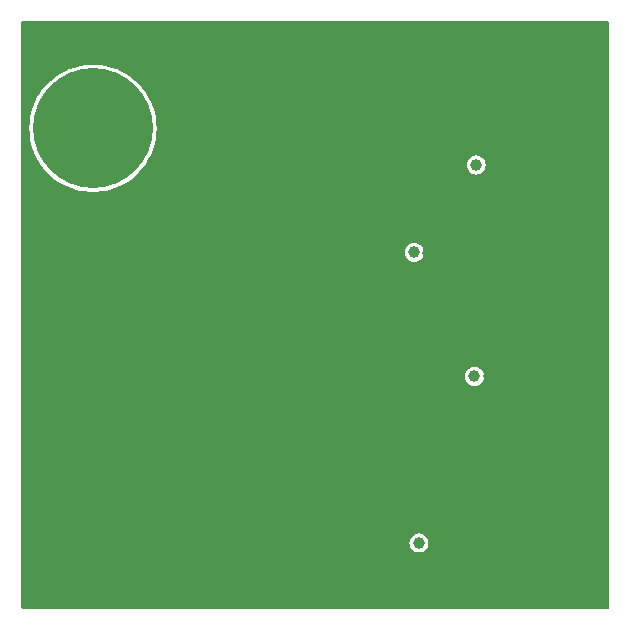
<source format=gbr>
%TF.GenerationSoftware,KiCad,Pcbnew,8.0.0*%
%TF.CreationDate,2024-03-12T18:53:39-07:00*%
%TF.ProjectId,GD_test,47445f74-6573-4742-9e6b-696361645f70,rev?*%
%TF.SameCoordinates,Original*%
%TF.FileFunction,Copper,L2,Bot*%
%TF.FilePolarity,Positive*%
%FSLAX46Y46*%
G04 Gerber Fmt 4.6, Leading zero omitted, Abs format (unit mm)*
G04 Created by KiCad (PCBNEW 8.0.0) date 2024-03-12 18:53:39*
%MOMM*%
%LPD*%
G01*
G04 APERTURE LIST*
%TA.AperFunction,ComponentPad*%
%ADD10C,10.160000*%
%TD*%
%TA.AperFunction,ViaPad*%
%ADD11C,0.300000*%
%TD*%
%TA.AperFunction,ViaPad*%
%ADD12C,1.000000*%
%TD*%
%TA.AperFunction,ViaPad*%
%ADD13C,0.600000*%
%TD*%
G04 APERTURE END LIST*
D10*
%TO.P,J6,1,Pin_1*%
%TO.N,GND*%
X110700000Y-99850000D03*
%TD*%
%TO.P,J5,1,Pin_1*%
%TO.N,+5V*%
X110000000Y-75300000D03*
%TD*%
D11*
%TO.N,GND*%
X138750000Y-79800000D03*
X138450000Y-93550000D03*
D12*
X116100000Y-95300000D03*
X137200000Y-88900000D03*
X138350000Y-88900000D03*
X138950000Y-87900000D03*
X138950000Y-86850000D03*
X143850000Y-98550000D03*
X142850000Y-99200000D03*
X143850000Y-97450000D03*
D13*
X117200000Y-87700000D03*
X115500000Y-87650000D03*
D12*
X109450000Y-91350000D03*
X112900000Y-90650000D03*
X125800000Y-115100000D03*
D11*
X142450000Y-109550000D03*
D12*
X133700000Y-81300000D03*
D11*
X133500000Y-75400000D03*
D12*
X149800000Y-91100000D03*
X131800000Y-70100000D03*
D11*
X145900000Y-77550000D03*
X147250000Y-76650000D03*
D12*
X121000000Y-85450000D03*
D11*
X142000000Y-108200000D03*
D12*
X113800000Y-70100000D03*
D11*
X146800000Y-77550000D03*
X130400000Y-109600000D03*
D12*
X104800000Y-88100000D03*
X146800000Y-109100000D03*
X104800000Y-67100000D03*
X104800000Y-100100000D03*
X138398644Y-85857078D03*
X127000000Y-110500000D03*
X104800000Y-70100000D03*
X149800000Y-100100000D03*
X122250000Y-79400000D03*
D11*
X146350000Y-77550000D03*
X140200000Y-108650000D03*
D12*
X121300000Y-94450000D03*
X121150000Y-78300000D03*
D11*
X131600000Y-97800000D03*
D12*
X122100000Y-105700000D03*
D11*
X139000000Y-106750000D03*
D12*
X152800000Y-70100000D03*
X146800000Y-82100000D03*
D11*
X142000000Y-110450000D03*
D12*
X143800000Y-100100000D03*
X125900000Y-90250000D03*
D11*
X146350000Y-78450000D03*
D13*
X129000000Y-83175000D03*
D11*
X135000000Y-109400000D03*
X145000000Y-74750000D03*
D12*
X140800000Y-112100000D03*
X143800000Y-103100000D03*
X137800000Y-105500000D03*
D11*
X144550000Y-78000000D03*
D12*
X104800000Y-106100000D03*
X140800000Y-85100000D03*
D11*
X146350000Y-77100000D03*
X135250000Y-77200000D03*
X142450000Y-108650000D03*
D12*
X107800000Y-109100000D03*
X134800000Y-70100000D03*
X149800000Y-103100000D03*
D11*
X146350000Y-78000000D03*
D12*
X143800000Y-112100000D03*
X127000000Y-89150000D03*
D11*
X135000000Y-79000000D03*
X145000000Y-76650000D03*
X140650000Y-110450000D03*
D12*
X143800000Y-67100000D03*
X121000000Y-106800000D03*
X110800000Y-88100000D03*
D11*
X142450000Y-110450000D03*
X142000000Y-110000000D03*
D12*
X136500000Y-82100000D03*
D11*
X131300000Y-87200000D03*
X145450000Y-76650000D03*
D12*
X143800000Y-70100000D03*
X126900000Y-85450000D03*
X125950000Y-79400000D03*
X122800000Y-67100000D03*
X121150000Y-79400000D03*
D11*
X145450000Y-77550000D03*
X133100000Y-75700000D03*
X145900000Y-77100000D03*
D12*
X121400000Y-100250000D03*
X149800000Y-76100000D03*
X125900000Y-111600000D03*
X152800000Y-94100000D03*
X146800000Y-67100000D03*
D11*
X141550000Y-108650000D03*
X130800000Y-109600000D03*
D12*
X127050000Y-79400000D03*
X116800000Y-112100000D03*
D11*
X147250000Y-78450000D03*
D13*
X129000000Y-105350000D03*
D11*
X130900000Y-86800000D03*
D12*
X122500000Y-100250000D03*
D11*
X138550000Y-81600000D03*
X130500000Y-86800000D03*
D12*
X143800000Y-94100000D03*
D11*
X146800000Y-78000000D03*
X133500000Y-85800000D03*
X130800000Y-98100000D03*
X141550000Y-109550000D03*
D12*
X127300000Y-100250000D03*
X129000000Y-90400000D03*
X128800000Y-112100000D03*
D11*
X132700000Y-86200000D03*
X142450000Y-108200000D03*
X133500000Y-108400000D03*
D12*
X125800000Y-67100000D03*
D11*
X141550000Y-108200000D03*
X140650000Y-110000000D03*
D12*
X119800000Y-115100000D03*
D11*
X144200000Y-74750000D03*
D12*
X122250000Y-73600000D03*
D11*
X144550000Y-76200000D03*
D12*
X122200000Y-111600000D03*
X140800000Y-67100000D03*
X127200000Y-95550000D03*
X127000000Y-111600000D03*
X121300000Y-95550000D03*
D11*
X141100000Y-108200000D03*
D12*
X107800000Y-106100000D03*
D11*
X146600000Y-74750000D03*
D12*
X104800000Y-97100000D03*
D11*
X138650000Y-77200000D03*
X147000000Y-74750000D03*
D12*
X149800000Y-94100000D03*
X116800000Y-106100000D03*
X140800000Y-91100000D03*
X137600000Y-108050000D03*
X113800000Y-106100000D03*
X140800000Y-103100000D03*
D11*
X145000000Y-77100000D03*
D12*
X149800000Y-73100000D03*
X122800000Y-115100000D03*
D11*
X142000000Y-109550000D03*
X144550000Y-76650000D03*
X145450000Y-78450000D03*
D12*
X131800000Y-67100000D03*
D11*
X145000000Y-78000000D03*
X144600000Y-74750000D03*
D12*
X107800000Y-115100000D03*
D11*
X139750000Y-108200000D03*
D12*
X113800000Y-115100000D03*
X126200000Y-100250000D03*
D11*
X145900000Y-76650000D03*
X145450000Y-76200000D03*
X133500000Y-97200000D03*
D12*
X125800000Y-105700000D03*
D11*
X145000000Y-78450000D03*
X130900000Y-76600000D03*
X142000000Y-108650000D03*
X143800000Y-74750000D03*
X147250000Y-78000000D03*
X133500000Y-75700000D03*
X133100000Y-96900000D03*
X145900000Y-78000000D03*
D12*
X104800000Y-103100000D03*
X134800000Y-89500000D03*
D11*
X133500000Y-108700000D03*
D13*
X132900000Y-107000000D03*
D11*
X130500000Y-87200000D03*
D13*
X133000000Y-83500000D03*
D11*
X144550000Y-78450000D03*
X131200000Y-109600000D03*
X140200000Y-110450000D03*
X141000000Y-106750000D03*
D12*
X127050000Y-78300000D03*
X126900000Y-105700000D03*
X110800000Y-109100000D03*
D11*
X135900000Y-110100000D03*
X141100000Y-110450000D03*
D12*
X146800000Y-100100000D03*
X152800000Y-112100000D03*
X127000000Y-90250000D03*
D11*
X132700000Y-108700000D03*
X133100000Y-97200000D03*
D12*
X104800000Y-91100000D03*
X152800000Y-76100000D03*
X116800000Y-109100000D03*
X121000000Y-84350000D03*
X149800000Y-67100000D03*
D11*
X144550000Y-77100000D03*
X139000000Y-100600000D03*
X146800000Y-77100000D03*
D12*
X137000000Y-112000000D03*
D11*
X138750000Y-74600000D03*
D12*
X146800000Y-91100000D03*
D11*
X142450000Y-109100000D03*
X131600000Y-98100000D03*
D12*
X152800000Y-115100000D03*
X146800000Y-103100000D03*
D11*
X142450000Y-110000000D03*
D13*
X133225000Y-95600000D03*
D12*
X116800000Y-67100000D03*
D13*
X129000000Y-108675000D03*
D12*
X116800000Y-103100000D03*
D11*
X131300000Y-76600000D03*
X133100000Y-85800000D03*
X145800000Y-74750000D03*
D12*
X121150000Y-73600000D03*
D11*
X136000000Y-87800000D03*
X140200000Y-108200000D03*
D12*
X104800000Y-94100000D03*
X143500000Y-96300000D03*
X152800000Y-91100000D03*
X104800000Y-82100000D03*
D11*
X133900000Y-96900000D03*
D13*
X129300000Y-94200000D03*
D11*
X135400000Y-99850000D03*
X140650000Y-109100000D03*
D12*
X149800000Y-115100000D03*
X143800000Y-73100000D03*
X146800000Y-112100000D03*
X152800000Y-82100000D03*
X129300000Y-101600000D03*
D11*
X131300000Y-86800000D03*
D12*
X121100000Y-111600000D03*
D13*
X136000000Y-85500000D03*
D12*
X107800000Y-88100000D03*
X137800000Y-115100000D03*
X152800000Y-106100000D03*
X146800000Y-94100000D03*
D11*
X141800000Y-106750000D03*
X145900000Y-78450000D03*
D12*
X127200000Y-94450000D03*
D11*
X133100000Y-108700000D03*
X140200000Y-109100000D03*
X132700000Y-75400000D03*
D12*
X149800000Y-79100000D03*
D11*
X147250000Y-76200000D03*
D12*
X146800000Y-97100000D03*
X104800000Y-109100000D03*
D11*
X140200000Y-110000000D03*
D12*
X152800000Y-109100000D03*
D13*
X129000000Y-86175000D03*
D12*
X104800000Y-79100000D03*
D11*
X135680000Y-108000000D03*
D12*
X152800000Y-100100000D03*
D11*
X132700000Y-85800000D03*
D12*
X146800000Y-106100000D03*
D13*
X129000000Y-72700000D03*
D12*
X142440000Y-75800000D03*
X140800000Y-115100000D03*
D11*
X130500000Y-76600000D03*
X131200000Y-109300000D03*
X140200000Y-106750000D03*
D12*
X134800000Y-103100000D03*
X152800000Y-67100000D03*
D11*
X139750000Y-108650000D03*
X130800000Y-109300000D03*
X146350000Y-76650000D03*
D12*
X127050000Y-73600000D03*
X146800000Y-85100000D03*
X125800000Y-84350000D03*
X121100000Y-90250000D03*
D11*
X133500000Y-86200000D03*
X130500000Y-76300000D03*
D12*
X152800000Y-85100000D03*
D11*
X133100000Y-86200000D03*
D12*
X149800000Y-109100000D03*
X121000000Y-105700000D03*
D11*
X142000000Y-109100000D03*
X139750000Y-109100000D03*
D13*
X134200000Y-74000000D03*
D11*
X131200000Y-98100000D03*
X141100000Y-109550000D03*
D12*
X128800000Y-115100000D03*
D11*
X140600000Y-106750000D03*
D12*
X149800000Y-88100000D03*
D11*
X140200000Y-109550000D03*
D12*
X140800000Y-88100000D03*
D11*
X135550000Y-98000000D03*
D12*
X140800000Y-70050000D03*
X121400000Y-99150000D03*
D11*
X139750000Y-109550000D03*
X145450000Y-78000000D03*
D12*
X116800000Y-115100000D03*
D11*
X130400000Y-109300000D03*
X141550000Y-110000000D03*
X145450000Y-77100000D03*
X133100000Y-75400000D03*
X141100000Y-108650000D03*
X146200000Y-74750000D03*
D12*
X137800000Y-103100000D03*
X113800000Y-112100000D03*
D11*
X140650000Y-108200000D03*
D12*
X134800000Y-67100000D03*
D11*
X139750000Y-110000000D03*
D13*
X129300000Y-97200000D03*
D12*
X152800000Y-103100000D03*
D11*
X139750000Y-110450000D03*
D12*
X146800000Y-115100000D03*
D11*
X146800000Y-76650000D03*
D12*
X134800000Y-115100000D03*
D11*
X139050000Y-95400000D03*
X145900000Y-76200000D03*
D12*
X137800000Y-67100000D03*
X116800000Y-91100000D03*
D11*
X145400000Y-74750000D03*
X141550000Y-110450000D03*
D12*
X110800000Y-115100000D03*
D11*
X133100000Y-108400000D03*
D12*
X149800000Y-85100000D03*
X110800000Y-112100000D03*
D11*
X142200000Y-106750000D03*
D12*
X143800000Y-106100000D03*
D11*
X145000000Y-76200000D03*
D12*
X110800000Y-67100000D03*
D11*
X145000000Y-77550000D03*
X144550000Y-77550000D03*
X141550000Y-109100000D03*
D12*
X122100000Y-84350000D03*
X140900000Y-105500000D03*
X134800000Y-94100000D03*
X121150000Y-74700000D03*
X121100000Y-89150000D03*
D11*
X146800000Y-76200000D03*
D12*
X146800000Y-73100000D03*
X116800000Y-70100000D03*
X152800000Y-88100000D03*
X149800000Y-97100000D03*
X126900000Y-84350000D03*
D11*
X131300000Y-76300000D03*
D12*
X131800000Y-115100000D03*
X149800000Y-82100000D03*
X121100000Y-110500000D03*
D13*
X132775000Y-74000000D03*
D12*
X152800000Y-79100000D03*
D11*
X140650000Y-109550000D03*
D12*
X107800000Y-112100000D03*
D11*
X135050000Y-87050500D03*
X132700000Y-108400000D03*
D13*
X129000000Y-75675000D03*
D12*
X134800000Y-112100000D03*
X149800000Y-106100000D03*
X116800000Y-100100000D03*
X146800000Y-70100000D03*
X149800000Y-70100000D03*
X104800000Y-115100000D03*
D11*
X138450000Y-72900000D03*
D12*
X152800000Y-73100000D03*
X143800000Y-115100000D03*
D11*
X140650000Y-108650000D03*
X147250000Y-77100000D03*
D12*
X104800000Y-85100000D03*
X122400000Y-94450000D03*
D11*
X130900000Y-87200000D03*
D12*
X113800000Y-109100000D03*
X152800000Y-97100000D03*
D11*
X139050000Y-98000000D03*
D12*
X129000000Y-80200000D03*
X143800000Y-85100000D03*
X140800000Y-82100000D03*
X143800000Y-82100000D03*
D11*
X141400000Y-106750000D03*
D12*
X143800000Y-91100000D03*
D11*
X133500000Y-96900000D03*
X139400000Y-106750000D03*
D12*
X137750000Y-70100000D03*
X149800000Y-112100000D03*
D11*
X139800000Y-106750000D03*
D12*
X110800000Y-106100000D03*
X127050000Y-74700000D03*
X113800000Y-67100000D03*
D11*
X135000000Y-75300000D03*
X141100000Y-110000000D03*
D12*
X126100000Y-94450000D03*
D11*
X146800000Y-78450000D03*
D12*
X119800000Y-67100000D03*
X125950000Y-73600000D03*
D11*
X146350000Y-76200000D03*
D12*
X127300000Y-99150000D03*
D11*
X131200000Y-97800000D03*
X130900000Y-76300000D03*
X147250000Y-77550000D03*
D12*
X107800000Y-67100000D03*
X128800000Y-67100000D03*
D11*
X132700000Y-75700000D03*
D12*
X143800000Y-109100000D03*
D11*
X130800000Y-97800000D03*
D12*
X122200000Y-90250000D03*
X126900000Y-106800000D03*
D11*
X141100000Y-109100000D03*
X133900000Y-97200000D03*
D12*
X104800000Y-112100000D03*
X146800000Y-88100000D03*
X143800000Y-88100000D03*
%TO.N,Net-(Q4-G)*%
X142300000Y-96300000D03*
%TO.N,Net-(Q2-G)*%
X137200000Y-85800000D03*
%TO.N,Net-(Q1-Pad2)*%
X142440000Y-78400000D03*
%TO.N,Net-(Q3-Pad2)*%
X137600000Y-110400000D03*
%TD*%
%TA.AperFunction,Conductor*%
%TO.N,GND*%
G36*
X153631721Y-66220002D02*
G01*
X153678214Y-66273658D01*
X153689600Y-66326000D01*
X153689600Y-115873988D01*
X153669598Y-115942109D01*
X153615942Y-115988602D01*
X153563589Y-115999988D01*
X104075064Y-115995611D01*
X104006945Y-115975603D01*
X103960457Y-115921943D01*
X103949075Y-115869737D01*
X103943671Y-110400000D01*
X136794435Y-110400000D01*
X136814632Y-110579255D01*
X136814633Y-110579257D01*
X136874211Y-110749522D01*
X136874212Y-110749525D01*
X136970182Y-110902260D01*
X136970183Y-110902262D01*
X137097737Y-111029816D01*
X137097739Y-111029817D01*
X137250474Y-111125787D01*
X137250475Y-111125787D01*
X137250478Y-111125789D01*
X137420745Y-111185368D01*
X137600000Y-111205565D01*
X137779255Y-111185368D01*
X137949522Y-111125789D01*
X138102262Y-111029816D01*
X138229816Y-110902262D01*
X138325789Y-110749522D01*
X138385368Y-110579255D01*
X138405565Y-110400000D01*
X138385368Y-110220745D01*
X138325789Y-110050478D01*
X138325787Y-110050475D01*
X138325787Y-110050474D01*
X138229817Y-109897739D01*
X138229816Y-109897737D01*
X138102262Y-109770183D01*
X138102260Y-109770182D01*
X137949525Y-109674212D01*
X137949522Y-109674211D01*
X137779255Y-109614632D01*
X137600000Y-109594435D01*
X137420745Y-109614632D01*
X137420742Y-109614632D01*
X137420742Y-109614633D01*
X137250477Y-109674211D01*
X137250474Y-109674212D01*
X137097739Y-109770182D01*
X137097737Y-109770183D01*
X136970183Y-109897737D01*
X136970182Y-109897739D01*
X136874212Y-110050474D01*
X136874211Y-110050477D01*
X136874211Y-110050478D01*
X136814632Y-110220745D01*
X136794435Y-110400000D01*
X103943671Y-110400000D01*
X103929740Y-96300000D01*
X141494435Y-96300000D01*
X141514632Y-96479255D01*
X141514633Y-96479257D01*
X141574211Y-96649522D01*
X141574212Y-96649525D01*
X141670182Y-96802260D01*
X141670183Y-96802262D01*
X141797737Y-96929816D01*
X141797739Y-96929817D01*
X141950474Y-97025787D01*
X141950475Y-97025787D01*
X141950478Y-97025789D01*
X142120745Y-97085368D01*
X142300000Y-97105565D01*
X142479255Y-97085368D01*
X142649522Y-97025789D01*
X142802262Y-96929816D01*
X142929816Y-96802262D01*
X143025789Y-96649522D01*
X143085368Y-96479255D01*
X143105565Y-96300000D01*
X143085368Y-96120745D01*
X143025789Y-95950478D01*
X143025787Y-95950475D01*
X143025787Y-95950474D01*
X142929817Y-95797739D01*
X142929816Y-95797737D01*
X142802262Y-95670183D01*
X142802260Y-95670182D01*
X142649525Y-95574212D01*
X142649522Y-95574211D01*
X142479255Y-95514632D01*
X142300000Y-95494435D01*
X142120745Y-95514632D01*
X142120742Y-95514632D01*
X142120742Y-95514633D01*
X141950477Y-95574211D01*
X141950474Y-95574212D01*
X141797739Y-95670182D01*
X141797737Y-95670183D01*
X141670183Y-95797737D01*
X141670182Y-95797739D01*
X141574212Y-95950474D01*
X141574211Y-95950477D01*
X141574211Y-95950478D01*
X141514632Y-96120745D01*
X141494435Y-96300000D01*
X103929740Y-96300000D01*
X103919365Y-85800000D01*
X136394435Y-85800000D01*
X136414632Y-85979255D01*
X136414633Y-85979257D01*
X136474211Y-86149522D01*
X136474212Y-86149525D01*
X136570182Y-86302260D01*
X136570183Y-86302262D01*
X136697737Y-86429816D01*
X136697739Y-86429817D01*
X136850474Y-86525787D01*
X136850475Y-86525787D01*
X136850478Y-86525789D01*
X137020745Y-86585368D01*
X137200000Y-86605565D01*
X137379255Y-86585368D01*
X137549522Y-86525789D01*
X137702262Y-86429816D01*
X137829816Y-86302262D01*
X137925789Y-86149522D01*
X137985368Y-85979255D01*
X138005565Y-85800000D01*
X137985368Y-85620745D01*
X137925789Y-85450478D01*
X137925787Y-85450475D01*
X137925787Y-85450474D01*
X137829817Y-85297739D01*
X137829816Y-85297737D01*
X137702262Y-85170183D01*
X137702260Y-85170182D01*
X137549525Y-85074212D01*
X137549522Y-85074211D01*
X137379255Y-85014632D01*
X137200000Y-84994435D01*
X137020745Y-85014632D01*
X137020742Y-85014632D01*
X137020742Y-85014633D01*
X136850477Y-85074211D01*
X136850474Y-85074212D01*
X136697739Y-85170182D01*
X136697737Y-85170183D01*
X136570183Y-85297737D01*
X136570182Y-85297739D01*
X136474212Y-85450474D01*
X136474211Y-85450477D01*
X136474211Y-85450478D01*
X136414632Y-85620745D01*
X136394435Y-85800000D01*
X103919365Y-85800000D01*
X103913269Y-79629809D01*
X103908991Y-75300010D01*
X104614648Y-75300010D01*
X104634047Y-75756685D01*
X104634051Y-75756729D01*
X104692108Y-76210116D01*
X104692111Y-76210133D01*
X104788417Y-76656991D01*
X104922270Y-77094067D01*
X105092707Y-77518218D01*
X105092711Y-77518227D01*
X105092714Y-77518233D01*
X105298512Y-77926409D01*
X105418348Y-78121035D01*
X105538181Y-78315657D01*
X105538184Y-78315661D01*
X105810004Y-78683186D01*
X106112012Y-79026334D01*
X106442034Y-79342635D01*
X106797691Y-79629808D01*
X107176421Y-79885784D01*
X107575494Y-80108720D01*
X107992037Y-80297009D01*
X108423046Y-80449294D01*
X108865418Y-80564479D01*
X108865421Y-80564479D01*
X108865423Y-80564480D01*
X108967729Y-80582022D01*
X109315964Y-80641733D01*
X109714449Y-80675649D01*
X109771426Y-80680499D01*
X109771428Y-80680499D01*
X109771439Y-80680500D01*
X109771449Y-80680500D01*
X110228551Y-80680500D01*
X110228561Y-80680500D01*
X110684036Y-80641733D01*
X111134582Y-80564479D01*
X111576954Y-80449294D01*
X112007963Y-80297009D01*
X112424506Y-80108720D01*
X112823579Y-79885784D01*
X113202309Y-79629808D01*
X113557966Y-79342635D01*
X113887988Y-79026334D01*
X114189996Y-78683186D01*
X114399439Y-78400000D01*
X141634435Y-78400000D01*
X141654632Y-78579255D01*
X141714211Y-78749522D01*
X141714212Y-78749525D01*
X141810182Y-78902260D01*
X141810183Y-78902262D01*
X141937737Y-79029816D01*
X141937739Y-79029817D01*
X142090474Y-79125787D01*
X142090475Y-79125787D01*
X142090478Y-79125789D01*
X142260745Y-79185368D01*
X142440000Y-79205565D01*
X142619255Y-79185368D01*
X142789522Y-79125789D01*
X142942262Y-79029816D01*
X143069816Y-78902262D01*
X143165789Y-78749522D01*
X143225368Y-78579255D01*
X143245565Y-78400000D01*
X143225368Y-78220745D01*
X143165789Y-78050478D01*
X143165787Y-78050475D01*
X143165787Y-78050474D01*
X143069817Y-77897739D01*
X143069816Y-77897737D01*
X142942262Y-77770183D01*
X142942260Y-77770182D01*
X142789525Y-77674212D01*
X142789522Y-77674211D01*
X142619255Y-77614632D01*
X142440000Y-77594435D01*
X142260745Y-77614632D01*
X142260742Y-77614632D01*
X142260742Y-77614633D01*
X142090477Y-77674211D01*
X142090474Y-77674212D01*
X141937739Y-77770182D01*
X141937737Y-77770183D01*
X141810183Y-77897737D01*
X141810182Y-77897739D01*
X141714212Y-78050474D01*
X141714211Y-78050477D01*
X141714211Y-78050478D01*
X141654632Y-78220745D01*
X141634435Y-78400000D01*
X114399439Y-78400000D01*
X114461816Y-78315661D01*
X114701488Y-77926409D01*
X114907286Y-77518233D01*
X115077727Y-77094075D01*
X115211583Y-76656991D01*
X115307889Y-76210129D01*
X115365951Y-75756710D01*
X115385352Y-75300000D01*
X115365951Y-74843290D01*
X115307889Y-74389871D01*
X115211583Y-73943009D01*
X115077727Y-73505925D01*
X114907286Y-73081767D01*
X114701488Y-72673591D01*
X114461816Y-72284339D01*
X114189996Y-71916814D01*
X113887988Y-71573666D01*
X113557966Y-71257365D01*
X113202309Y-70970192D01*
X112823579Y-70714216D01*
X112424506Y-70491280D01*
X112007963Y-70302991D01*
X111576954Y-70150706D01*
X111576948Y-70150704D01*
X111576947Y-70150704D01*
X111134587Y-70035522D01*
X111134576Y-70035519D01*
X110684038Y-69958267D01*
X110228573Y-69919500D01*
X110228561Y-69919500D01*
X109771439Y-69919500D01*
X109771426Y-69919500D01*
X109315961Y-69958267D01*
X108865423Y-70035519D01*
X108865412Y-70035522D01*
X108423052Y-70150704D01*
X108423047Y-70150705D01*
X108423046Y-70150706D01*
X107992037Y-70302991D01*
X107575494Y-70491280D01*
X107227822Y-70685501D01*
X107176419Y-70714217D01*
X106797700Y-70970185D01*
X106797694Y-70970189D01*
X106797691Y-70970192D01*
X106442034Y-71257365D01*
X106442027Y-71257371D01*
X106112020Y-71573657D01*
X105810008Y-71916809D01*
X105538181Y-72284342D01*
X105298515Y-72673586D01*
X105298514Y-72673588D01*
X105092713Y-73081769D01*
X105092707Y-73081781D01*
X104922270Y-73505932D01*
X104788417Y-73943008D01*
X104692111Y-74389866D01*
X104692108Y-74389883D01*
X104634051Y-74843270D01*
X104634047Y-74843314D01*
X104614648Y-75299989D01*
X104614648Y-75300010D01*
X103908991Y-75300010D01*
X103900125Y-66326124D01*
X103920060Y-66257984D01*
X103973669Y-66211438D01*
X104026125Y-66200000D01*
X153563600Y-66200000D01*
X153631721Y-66220002D01*
G37*
%TD.AperFunction*%
%TD*%
M02*

</source>
